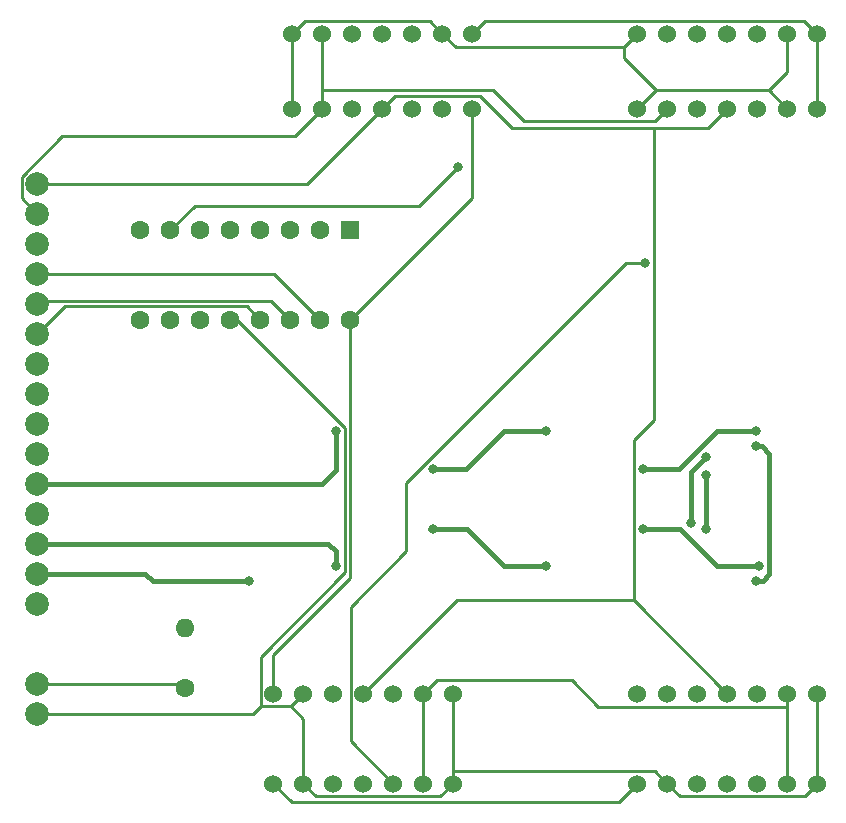
<source format=gbr>
%TF.GenerationSoftware,KiCad,Pcbnew,(5.1.7)-1*%
%TF.CreationDate,2020-11-19T14:16:26-06:00*%
%TF.ProjectId,SLEDBoard,534c4544-426f-4617-9264-2e6b69636164,v01*%
%TF.SameCoordinates,Original*%
%TF.FileFunction,Copper,L2,Bot*%
%TF.FilePolarity,Positive*%
%FSLAX46Y46*%
G04 Gerber Fmt 4.6, Leading zero omitted, Abs format (unit mm)*
G04 Created by KiCad (PCBNEW (5.1.7)-1) date 2020-11-19 14:16:26*
%MOMM*%
%LPD*%
G01*
G04 APERTURE LIST*
%TA.AperFunction,ComponentPad*%
%ADD10C,1.524000*%
%TD*%
%TA.AperFunction,ComponentPad*%
%ADD11R,1.600000X1.600000*%
%TD*%
%TA.AperFunction,ComponentPad*%
%ADD12C,1.600000*%
%TD*%
%TA.AperFunction,ComponentPad*%
%ADD13O,1.600000X1.600000*%
%TD*%
%TA.AperFunction,ComponentPad*%
%ADD14C,2.000000*%
%TD*%
%TA.AperFunction,ViaPad*%
%ADD15C,0.800000*%
%TD*%
%TA.AperFunction,Conductor*%
%ADD16C,0.250000*%
%TD*%
%TA.AperFunction,Conductor*%
%ADD17C,0.431800*%
%TD*%
G04 APERTURE END LIST*
D10*
%TO.P,U10,VIN*%
%TO.N,VDD*%
X74930000Y-88900000D03*
%TO.P,U10,GND*%
%TO.N,GND*%
X72390000Y-88900000D03*
%TO.P,U10,3V3*%
%TO.N,N/C*%
X69850000Y-88900000D03*
%TO.P,U10,SCL*%
%TO.N,Net-(R1-Pad2)*%
X67310000Y-88900000D03*
%TO.P,U10,SDA*%
%TO.N,Net-(3SB2-Pad8)*%
X64770000Y-88900000D03*
%TO.P,U10,INT*%
%TO.N,Net-(U10-PadINT)*%
X62230000Y-88900000D03*
%TO.P,U10,LED*%
%TO.N,GND*%
X59690000Y-88900000D03*
%TD*%
%TO.P,U9,VIN*%
%TO.N,VDD*%
X74930000Y-95250000D03*
%TO.P,U9,GND*%
%TO.N,GND*%
X72390000Y-95250000D03*
%TO.P,U9,3V3*%
%TO.N,N/C*%
X69850000Y-95250000D03*
%TO.P,U9,SCL*%
%TO.N,Net-(R1-Pad2)*%
X67310000Y-95250000D03*
%TO.P,U9,SDA*%
%TO.N,Net-(3SB2-Pad11)*%
X64770000Y-95250000D03*
%TO.P,U9,INT*%
%TO.N,Net-(U10-PadINT)*%
X62230000Y-95250000D03*
%TO.P,U9,LED*%
%TO.N,GND*%
X59690000Y-95250000D03*
%TD*%
%TO.P,U8,VIN*%
%TO.N,VDD*%
X104140000Y-88900000D03*
%TO.P,U8,GND*%
%TO.N,GND*%
X101600000Y-88900000D03*
%TO.P,U8,3V3*%
%TO.N,N/C*%
X99060000Y-88900000D03*
%TO.P,U8,SCL*%
%TO.N,Net-(R1-Pad2)*%
X96520000Y-88900000D03*
%TO.P,U8,SDA*%
%TO.N,Net-(3SB2-Pad3)*%
X93980000Y-88900000D03*
%TO.P,U8,INT*%
%TO.N,Net-(U10-PadINT)*%
X91440000Y-88900000D03*
%TO.P,U8,LED*%
%TO.N,GND*%
X88900000Y-88900000D03*
%TD*%
%TO.P,U7,VIN*%
%TO.N,VDD*%
X104140000Y-95250000D03*
%TO.P,U7,GND*%
%TO.N,GND*%
X101600000Y-95250000D03*
%TO.P,U7,3V3*%
%TO.N,N/C*%
X99060000Y-95250000D03*
%TO.P,U7,SCL*%
%TO.N,Net-(R1-Pad2)*%
X96520000Y-95250000D03*
%TO.P,U7,SDA*%
%TO.N,Net-(3SB2-Pad6)*%
X93980000Y-95250000D03*
%TO.P,U7,INT*%
%TO.N,Net-(U10-PadINT)*%
X91440000Y-95250000D03*
%TO.P,U7,LED*%
%TO.N,GND*%
X88900000Y-95250000D03*
%TD*%
%TO.P,U6,VIN*%
%TO.N,VDD*%
X88900000Y-152400000D03*
%TO.P,U6,GND*%
%TO.N,GND*%
X91440000Y-152400000D03*
%TO.P,U6,3V3*%
%TO.N,N/C*%
X93980000Y-152400000D03*
%TO.P,U6,SCL*%
%TO.N,Net-(R1-Pad2)*%
X96520000Y-152400000D03*
%TO.P,U6,SDA*%
%TO.N,Net-(3SB1-Pad8)*%
X99060000Y-152400000D03*
%TO.P,U6,INT*%
%TO.N,Net-(U10-PadINT)*%
X101600000Y-152400000D03*
%TO.P,U6,LED*%
%TO.N,GND*%
X104140000Y-152400000D03*
%TD*%
%TO.P,U5,VIN*%
%TO.N,VDD*%
X88900000Y-144780000D03*
%TO.P,U5,GND*%
%TO.N,GND*%
X91440000Y-144780000D03*
%TO.P,U5,3V3*%
%TO.N,N/C*%
X93980000Y-144780000D03*
%TO.P,U5,SCL*%
%TO.N,Net-(R1-Pad2)*%
X96520000Y-144780000D03*
%TO.P,U5,SDA*%
%TO.N,Net-(3SB1-Pad11)*%
X99060000Y-144780000D03*
%TO.P,U5,INT*%
%TO.N,Net-(U10-PadINT)*%
X101600000Y-144780000D03*
%TO.P,U5,LED*%
%TO.N,GND*%
X104140000Y-144780000D03*
%TD*%
%TO.P,U4,VIN*%
%TO.N,VDD*%
X58060000Y-152400000D03*
%TO.P,U4,GND*%
%TO.N,GND*%
X60600000Y-152400000D03*
%TO.P,U4,3V3*%
%TO.N,N/C*%
X63140000Y-152400000D03*
%TO.P,U4,SCL*%
%TO.N,Net-(R1-Pad2)*%
X65680000Y-152400000D03*
%TO.P,U4,SDA*%
%TO.N,Net-(3SB1-Pad3)*%
X68220000Y-152400000D03*
%TO.P,U4,INT*%
%TO.N,Net-(U10-PadINT)*%
X70760000Y-152400000D03*
%TO.P,U4,LED*%
%TO.N,GND*%
X73300000Y-152400000D03*
%TD*%
%TO.P,U3,VIN*%
%TO.N,VDD*%
X58085000Y-144780000D03*
%TO.P,U3,GND*%
%TO.N,GND*%
X60625000Y-144780000D03*
%TO.P,U3,3V3*%
%TO.N,N/C*%
X63165000Y-144780000D03*
%TO.P,U3,SCL*%
%TO.N,Net-(R1-Pad2)*%
X65705000Y-144780000D03*
%TO.P,U3,SDA*%
%TO.N,Net-(3SB1-Pad6)*%
X68245000Y-144780000D03*
%TO.P,U3,INT*%
%TO.N,Net-(U10-PadINT)*%
X70785000Y-144780000D03*
%TO.P,U3,LED*%
%TO.N,GND*%
X73325000Y-144780000D03*
%TD*%
D11*
%TO.P,DECODER1,1*%
%TO.N,/~Y0*%
X64592200Y-105537000D03*
D12*
%TO.P,DECODER1,2*%
%TO.N,/~Y1*%
X62052200Y-105537000D03*
%TO.P,DECODER1,3*%
%TO.N,/~Y2*%
X59512200Y-105537000D03*
%TO.P,DECODER1,4*%
%TO.N,/~Y3*%
X56972200Y-105537000D03*
%TO.P,DECODER1,5*%
%TO.N,/~Y4*%
X54432200Y-105537000D03*
%TO.P,DECODER1,6*%
%TO.N,/~Y5*%
X51892200Y-105537000D03*
%TO.P,DECODER1,7*%
%TO.N,/~Y6*%
X49352200Y-105537000D03*
%TO.P,DECODER1,10*%
%TO.N,N/C*%
X49352200Y-113157000D03*
%TO.P,DECODER1,11*%
X51892200Y-113157000D03*
%TO.P,DECODER1,12*%
%TO.N,GND*%
X54432200Y-113157000D03*
%TO.P,DECODER1,13*%
%TO.N,Net-(DECODER1-Pad13)*%
X56972200Y-113157000D03*
%TO.P,DECODER1,14*%
%TO.N,Net-(DECODER1-Pad14)*%
X59512200Y-113157000D03*
%TO.P,DECODER1,15*%
%TO.N,Net-(DECODER1-Pad15)*%
X62052200Y-113157000D03*
%TO.P,DECODER1,16*%
%TO.N,VDD*%
X64592200Y-113157000D03*
%TO.P,DECODER1,8*%
%TO.N,GND*%
X46812200Y-105537000D03*
%TO.P,DECODER1,9*%
%TO.N,/~Y7*%
X46812200Y-113157000D03*
%TD*%
%TO.P,R1,1*%
%TO.N,VDD*%
X50625000Y-144325000D03*
D13*
%TO.P,R1,2*%
%TO.N,Net-(R1-Pad2)*%
X50625000Y-139245000D03*
%TD*%
D14*
%TO.P,U1,1*%
%TO.N,GND*%
X38100000Y-146507000D03*
%TO.P,U1,2*%
%TO.N,VDD*%
X38100000Y-143967000D03*
%TD*%
%TO.P,U2,1*%
%TO.N,Net-(LED2-Pad2)*%
X38100000Y-137160000D03*
%TO.P,U2,2*%
%TO.N,Net-(LED2-Pad4)*%
X38100000Y-134620000D03*
%TO.P,U2,3*%
%TO.N,Net-(LED2-Pad6)*%
X38100000Y-132080000D03*
%TO.P,U2,4*%
%TO.N,Net-(LED2-Pad8)*%
X38100000Y-129540000D03*
%TO.P,U2,5*%
%TO.N,Net-(LED1-Pad7)*%
X38100000Y-127000000D03*
%TO.P,U2,6*%
%TO.N,Net-(LED1-Pad5)*%
X38100000Y-124460000D03*
%TO.P,U2,7*%
%TO.N,Net-(LED1-Pad3)*%
X38100000Y-121920000D03*
%TO.P,U2,8*%
%TO.N,Net-(LED1-Pad1)*%
X38100000Y-119380000D03*
%TO.P,U2,9*%
%TO.N,N/C*%
X38100000Y-116840000D03*
%TO.P,U2,10*%
%TO.N,Net-(DECODER1-Pad13)*%
X38100000Y-114300000D03*
%TO.P,U2,11*%
%TO.N,Net-(DECODER1-Pad14)*%
X38100000Y-111760000D03*
%TO.P,U2,12*%
%TO.N,Net-(DECODER1-Pad15)*%
X38100000Y-109220000D03*
%TO.P,U2,13*%
%TO.N,Net-(D1-Pad2)*%
X38100000Y-106680000D03*
%TO.P,U2,14*%
%TO.N,Net-(U10-PadINT)*%
X38100000Y-104140000D03*
%TO.P,U2,15*%
%TO.N,Net-(R1-Pad2)*%
X38100000Y-101600000D03*
%TD*%
D15*
%TO.N,Net-(3SB1-Pad3)*%
X89562600Y-108332500D03*
%TO.N,/~Y6*%
X73673600Y-100239200D03*
%TO.N,Net-(LED1-Pad7)*%
X63378100Y-122560000D03*
%TO.N,Net-(LED2-Pad4)*%
X56001900Y-135260000D03*
%TO.N,Net-(LED2-Pad6)*%
X63378100Y-133990000D03*
%TO.N,Net-(LED3-Pad8)*%
X81158100Y-122560000D03*
X71628000Y-125730000D03*
%TO.N,Net-(LED4-Pad5)*%
X81158100Y-133990000D03*
X71622900Y-130815000D03*
%TO.N,Net-(LED7-Pad8)*%
X98938100Y-122560000D03*
X89408000Y-125730000D03*
%TO.N,Net-(LED10-Pad6)*%
X89402900Y-130815000D03*
X99192100Y-133990000D03*
%TO.N,Net-(LED10-Pad5)*%
X98938100Y-123830000D03*
X98938100Y-135260000D03*
%TO.N,Net-(LED10-Pad3)*%
X94742000Y-130810000D03*
X94742000Y-126238000D03*
%TO.N,Net-(LED10-Pad1)*%
X93472000Y-130302000D03*
X94742000Y-124714000D03*
%TD*%
D16*
%TO.N,Net-(3SB1-Pad3)*%
X68220000Y-152400000D02*
X64610200Y-148790200D01*
X64610200Y-148790200D02*
X64610200Y-137453700D01*
X64610200Y-137453700D02*
X69328700Y-132735200D01*
X69328700Y-132735200D02*
X69328700Y-126940600D01*
X69328700Y-126940600D02*
X87936800Y-108332500D01*
X87936800Y-108332500D02*
X89562600Y-108332500D01*
%TO.N,GND*%
X73325000Y-151310700D02*
X73325000Y-144780000D01*
X73300000Y-152400000D02*
X73325000Y-152375000D01*
X73325000Y-152375000D02*
X73325000Y-151310700D01*
X91440000Y-152400000D02*
X90350700Y-151310700D01*
X90350700Y-151310700D02*
X73325000Y-151310700D01*
X104140000Y-152400000D02*
X103047100Y-153492900D01*
X103047100Y-153492900D02*
X92532900Y-153492900D01*
X92532900Y-153492900D02*
X91440000Y-152400000D01*
X60600000Y-152400000D02*
X61692900Y-153492900D01*
X61692900Y-153492900D02*
X72207100Y-153492900D01*
X72207100Y-153492900D02*
X73300000Y-152400000D01*
X100038200Y-93688200D02*
X101600000Y-92126400D01*
X101600000Y-92126400D02*
X101600000Y-88900000D01*
X100038200Y-93688200D02*
X101600000Y-95250000D01*
X90461800Y-93688200D02*
X100038200Y-93688200D01*
X90461800Y-93688200D02*
X87784100Y-91010500D01*
X87784100Y-91010500D02*
X87784100Y-90015900D01*
X88900000Y-95250000D02*
X90461800Y-93688200D01*
X60600000Y-152400000D02*
X60600000Y-146933800D01*
X60600000Y-146933800D02*
X59535600Y-145869400D01*
X59535600Y-145869400D02*
X60625000Y-144780000D01*
X56986300Y-145869400D02*
X59535600Y-145869400D01*
X56986300Y-145869400D02*
X56986300Y-141689000D01*
X56986300Y-141689000D02*
X64141800Y-134533500D01*
X64141800Y-134533500D02*
X64141800Y-122297700D01*
X64141800Y-122297700D02*
X55001100Y-113157000D01*
X55001100Y-113157000D02*
X54432200Y-113157000D01*
X38100000Y-146507000D02*
X56348700Y-146507000D01*
X56348700Y-146507000D02*
X56986300Y-145869400D01*
X104140000Y-152400000D02*
X104140000Y-144780000D01*
X59690000Y-88900000D02*
X59690000Y-95250000D01*
X72390000Y-88900000D02*
X71299100Y-87809100D01*
X71299100Y-87809100D02*
X60780900Y-87809100D01*
X60780900Y-87809100D02*
X59690000Y-88900000D01*
X87784100Y-90015900D02*
X88900000Y-88900000D01*
X72390000Y-88900000D02*
X73505900Y-90015900D01*
X73505900Y-90015900D02*
X87784100Y-90015900D01*
%TO.N,VDD*%
X64592200Y-113157000D02*
X74930000Y-102819200D01*
X74930000Y-102819200D02*
X74930000Y-95250000D01*
X58085000Y-144780000D02*
X58085000Y-141508500D01*
X58085000Y-141508500D02*
X64592200Y-135001300D01*
X64592200Y-135001300D02*
X64592200Y-113157000D01*
X104140000Y-88900000D02*
X104140000Y-95250000D01*
X74930000Y-88900000D02*
X76027000Y-87803000D01*
X76027000Y-87803000D02*
X103043000Y-87803000D01*
X103043000Y-87803000D02*
X104140000Y-88900000D01*
X38100000Y-143967000D02*
X50267000Y-143967000D01*
X50267000Y-143967000D02*
X50625000Y-144325000D01*
X58060000Y-152400000D02*
X59617200Y-153957200D01*
X59617200Y-153957200D02*
X87342800Y-153957200D01*
X87342800Y-153957200D02*
X88900000Y-152400000D01*
%TO.N,/~Y6*%
X49352200Y-105537000D02*
X51416800Y-103472400D01*
X51416800Y-103472400D02*
X70440400Y-103472400D01*
X70440400Y-103472400D02*
X73673600Y-100239200D01*
%TO.N,Net-(DECODER1-Pad13)*%
X38100000Y-114300000D02*
X40414900Y-111985100D01*
X40414900Y-111985100D02*
X55800300Y-111985100D01*
X55800300Y-111985100D02*
X56972200Y-113157000D01*
%TO.N,Net-(DECODER1-Pad14)*%
X38100000Y-111760000D02*
X38342000Y-111518000D01*
X38342000Y-111518000D02*
X57873200Y-111518000D01*
X57873200Y-111518000D02*
X59512200Y-113157000D01*
%TO.N,Net-(DECODER1-Pad15)*%
X38100000Y-109220000D02*
X58115200Y-109220000D01*
X58115200Y-109220000D02*
X62052200Y-113157000D01*
D17*
%TO.N,Net-(LED1-Pad7)*%
X63378100Y-122560000D02*
X63378100Y-125852000D01*
X63378100Y-125852000D02*
X62230000Y-127000000D01*
X62230000Y-127000000D02*
X38100000Y-127000000D01*
%TO.N,Net-(LED2-Pad4)*%
X56001900Y-135260000D02*
X47884100Y-135260000D01*
X47884100Y-135260000D02*
X47244000Y-134620000D01*
X47244000Y-134620000D02*
X38100000Y-134620000D01*
%TO.N,Net-(LED2-Pad6)*%
X63378100Y-133990000D02*
X63378100Y-132720000D01*
X63378100Y-132720000D02*
X62738000Y-132080000D01*
X62738000Y-132080000D02*
X38100000Y-132080000D01*
%TO.N,Net-(LED3-Pad8)*%
X71628000Y-125730000D02*
X74422000Y-125730000D01*
X74422000Y-125730000D02*
X77591900Y-122560000D01*
X77591900Y-122560000D02*
X81158100Y-122560000D01*
%TO.N,Net-(LED4-Pad5)*%
X81158100Y-133990000D02*
X77602100Y-133990000D01*
X77602100Y-133990000D02*
X74427100Y-130815000D01*
X74427100Y-130815000D02*
X71622900Y-130815000D01*
X71622900Y-130815000D02*
X71368900Y-130815000D01*
%TO.N,Net-(LED7-Pad8)*%
X89408000Y-125730000D02*
X92456000Y-125730000D01*
X92456000Y-125730000D02*
X95625900Y-122560000D01*
X95625900Y-122560000D02*
X98938100Y-122560000D01*
%TO.N,Net-(LED10-Pad6)*%
X99192100Y-133990000D02*
X95636100Y-133990000D01*
X95636100Y-133990000D02*
X92461100Y-130815000D01*
X92461100Y-130815000D02*
X89402900Y-130815000D01*
%TO.N,Net-(LED10-Pad5)*%
X98938100Y-135260000D02*
X99503800Y-135260000D01*
X99503800Y-135260000D02*
X100076000Y-134688000D01*
X100076000Y-134688000D02*
X100076000Y-124460000D01*
X100076000Y-124460000D02*
X99446100Y-123830000D01*
X99446100Y-123830000D02*
X98938100Y-123830000D01*
%TO.N,Net-(LED10-Pad3)*%
X94742000Y-130810000D02*
X94742000Y-126238000D01*
%TO.N,Net-(LED10-Pad1)*%
X93472000Y-130302000D02*
X93472000Y-125984000D01*
X93472000Y-125984000D02*
X94742000Y-124714000D01*
D16*
%TO.N,Net-(R1-Pad2)*%
X88641600Y-136901600D02*
X96520000Y-144780000D01*
X90305000Y-96866500D02*
X90305000Y-121657900D01*
X90305000Y-121657900D02*
X88641600Y-123321300D01*
X88641600Y-123321300D02*
X88641600Y-136901600D01*
X65705000Y-144780000D02*
X73583400Y-136901600D01*
X73583400Y-136901600D02*
X88641600Y-136901600D01*
X90305000Y-96866500D02*
X94903500Y-96866500D01*
X94903500Y-96866500D02*
X96520000Y-95250000D01*
X67310000Y-95250000D02*
X68401400Y-94158600D01*
X68401400Y-94158600D02*
X75567000Y-94158600D01*
X75567000Y-94158600D02*
X78274900Y-96866500D01*
X78274900Y-96866500D02*
X90305000Y-96866500D01*
X38100000Y-101600000D02*
X60960000Y-101600000D01*
X60960000Y-101600000D02*
X67310000Y-95250000D01*
%TO.N,Net-(U10-PadINT)*%
X101600000Y-145886700D02*
X101600000Y-152400000D01*
X101600000Y-144780000D02*
X101600000Y-145886700D01*
X70785000Y-144780000D02*
X71888700Y-143676300D01*
X71888700Y-143676300D02*
X83353200Y-143676300D01*
X83353200Y-143676300D02*
X85563600Y-145886700D01*
X85563600Y-145886700D02*
X101600000Y-145886700D01*
X70760000Y-152400000D02*
X70760000Y-144805000D01*
X70760000Y-144805000D02*
X70785000Y-144780000D01*
X62230000Y-93708300D02*
X62230000Y-88900000D01*
X62230000Y-95250000D02*
X62230000Y-93708300D01*
X91440000Y-95250000D02*
X90352600Y-96337400D01*
X90352600Y-96337400D02*
X79328000Y-96337400D01*
X79328000Y-96337400D02*
X76698900Y-93708300D01*
X76698900Y-93708300D02*
X62230000Y-93708300D01*
X38100000Y-104140000D02*
X36761000Y-102801000D01*
X36761000Y-102801000D02*
X36761000Y-101055600D01*
X36761000Y-101055600D02*
X40211700Y-97604900D01*
X40211700Y-97604900D02*
X59875100Y-97604900D01*
X59875100Y-97604900D02*
X62230000Y-95250000D01*
%TD*%
M02*

</source>
